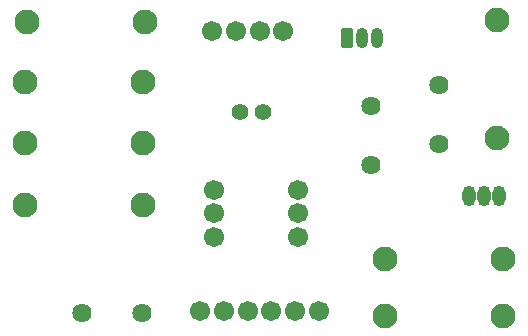
<source format=gbs>
G04 Layer: BottomSolderMaskLayer*
G04 EasyEDA v6.5.34, 2023-09-11 20:58:26*
G04 89a12498d96e4dad869766467b3fb9f4,2c7f107921f9494b8657ce3d0c88cbd9,10*
G04 Gerber Generator version 0.2*
G04 Scale: 100 percent, Rotated: No, Reflected: No *
G04 Dimensions in millimeters *
G04 leading zeros omitted , absolute positions ,4 integer and 5 decimal *
%FSLAX45Y45*%
%MOMM*%

%AMMACRO1*1,1,$1,$2,$3*1,1,$1,$4,$5*1,1,$1,0-$2,0-$3*1,1,$1,0-$4,0-$5*20,1,$1,$2,$3,$4,$5,0*20,1,$1,$4,$5,0-$2,0-$3,0*20,1,$1,0-$2,0-$3,0-$4,0-$5,0*20,1,$1,0-$4,0-$5,$2,$3,0*4,1,4,$2,$3,$4,$5,0-$2,0-$3,0-$4,0-$5,$2,$3,0*%
%ADD10C,1.6256*%
%ADD11C,1.4016*%
%ADD12C,1.7016*%
%ADD13O,1.1031982X1.7272000000000003*%
%ADD14O,1.104011X1.7280128000000001*%
%ADD15O,1.0015981999999999X1.7015968*%
%ADD16MACRO1,0.1016X-0.45X0.8X0.45X0.8*%
%ADD17C,2.1016*%

%LPD*%
D10*
G01*
X1655000Y8839200D03*
G01*
X2154999Y8839200D03*
G01*
X4673600Y10265600D03*
G01*
X4673600Y10765599D03*
G01*
X4102100Y10087800D03*
G01*
X4102100Y10587799D03*
D11*
G01*
X3186099Y10541000D03*
G01*
X2986100Y10541000D03*
D12*
G01*
X2768600Y9880600D03*
G01*
X2768600Y9680600D03*
G01*
X2768600Y9480600D03*
G01*
X3479800Y9880600D03*
G01*
X3479800Y9680600D03*
G01*
X3479800Y9480600D03*
D13*
G01*
X5181600Y9824593D03*
D14*
G01*
X5054600Y9824593D03*
G01*
X4927600Y9824593D03*
D15*
G01*
X4152900Y11163300D03*
G01*
X4025900Y11163300D03*
D16*
G01*
X3898901Y11163300D03*
D17*
G01*
X1168400Y10274300D03*
G01*
X2168397Y10274300D03*
G01*
X5168900Y11315700D03*
G01*
X5168900Y10315702D03*
G01*
X4216400Y8813800D03*
G01*
X5216397Y8813800D03*
G01*
X4216400Y9296400D03*
G01*
X5216397Y9296400D03*
G01*
X2184400Y11303000D03*
G01*
X1184402Y11303000D03*
G01*
X1168400Y10795000D03*
G01*
X2168397Y10795000D03*
G01*
X2171700Y9753600D03*
G01*
X1171702Y9753600D03*
D12*
G01*
X2755900Y11226800D03*
G01*
X2955899Y11226800D03*
G01*
X3155899Y11226800D03*
G01*
X3355898Y11226800D03*
G01*
X2654300Y8851900D03*
G01*
X2854299Y8851900D03*
G01*
X3054299Y8851900D03*
G01*
X3254298Y8851900D03*
G01*
X3454298Y8851900D03*
G01*
X3654297Y8851900D03*
M02*

</source>
